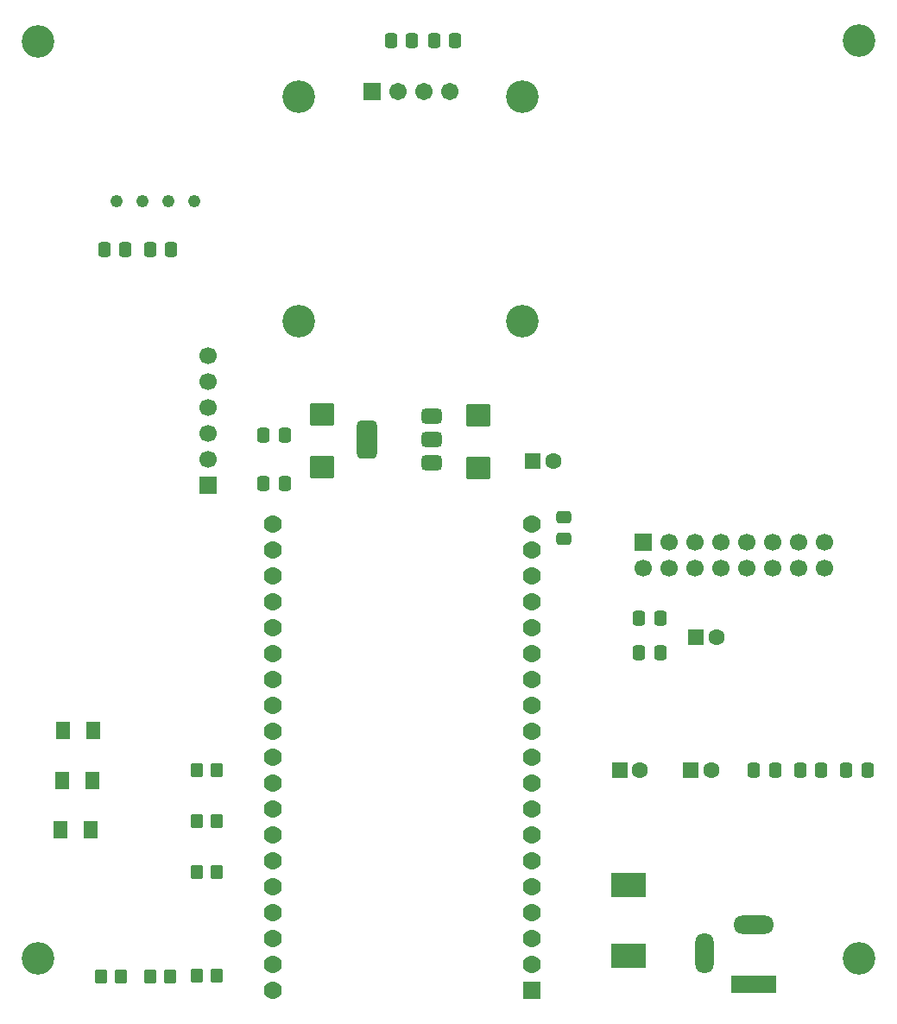
<source format=gbr>
G04 #@! TF.GenerationSoftware,KiCad,Pcbnew,9.0.3*
G04 #@! TF.CreationDate,2025-11-14T23:27:14+05:00*
G04 #@! TF.ProjectId,Weather Station,57656174-6865-4722-9053-746174696f6e,rev?*
G04 #@! TF.SameCoordinates,Original*
G04 #@! TF.FileFunction,Soldermask,Top*
G04 #@! TF.FilePolarity,Negative*
%FSLAX46Y46*%
G04 Gerber Fmt 4.6, Leading zero omitted, Abs format (unit mm)*
G04 Created by KiCad (PCBNEW 9.0.3) date 2025-11-14 23:27:14*
%MOMM*%
%LPD*%
G01*
G04 APERTURE LIST*
G04 Aperture macros list*
%AMRoundRect*
0 Rectangle with rounded corners*
0 $1 Rounding radius*
0 $2 $3 $4 $5 $6 $7 $8 $9 X,Y pos of 4 corners*
0 Add a 4 corners polygon primitive as box body*
4,1,4,$2,$3,$4,$5,$6,$7,$8,$9,$2,$3,0*
0 Add four circle primitives for the rounded corners*
1,1,$1+$1,$2,$3*
1,1,$1+$1,$4,$5*
1,1,$1+$1,$6,$7*
1,1,$1+$1,$8,$9*
0 Add four rect primitives between the rounded corners*
20,1,$1+$1,$2,$3,$4,$5,0*
20,1,$1+$1,$4,$5,$6,$7,0*
20,1,$1+$1,$6,$7,$8,$9,0*
20,1,$1+$1,$8,$9,$2,$3,0*%
G04 Aperture macros list end*
%ADD10RoundRect,0.250001X-0.462499X-0.624999X0.462499X-0.624999X0.462499X0.624999X-0.462499X0.624999X0*%
%ADD11RoundRect,0.250000X0.350000X0.450000X-0.350000X0.450000X-0.350000X-0.450000X0.350000X-0.450000X0*%
%ADD12R,1.700000X1.700000*%
%ADD13C,1.700000*%
%ADD14RoundRect,0.102000X-0.754000X-0.754000X0.754000X-0.754000X0.754000X0.754000X-0.754000X0.754000X0*%
%ADD15C,1.712000*%
%ADD16C,3.204000*%
%ADD17C,1.220000*%
%ADD18C,1.764000*%
%ADD19RoundRect,0.102000X0.780000X0.780000X-0.780000X0.780000X-0.780000X-0.780000X0.780000X-0.780000X0*%
%ADD20C,1.600000*%
%ADD21RoundRect,0.250000X-0.550000X-0.550000X0.550000X-0.550000X0.550000X0.550000X-0.550000X0.550000X0*%
%ADD22RoundRect,0.250000X-0.337500X-0.475000X0.337500X-0.475000X0.337500X0.475000X-0.337500X0.475000X0*%
%ADD23C,3.200000*%
%ADD24RoundRect,0.250000X0.337500X0.475000X-0.337500X0.475000X-0.337500X-0.475000X0.337500X-0.475000X0*%
%ADD25RoundRect,0.250000X0.475000X-0.337500X0.475000X0.337500X-0.475000X0.337500X-0.475000X-0.337500X0*%
%ADD26RoundRect,0.102000X1.590000X-1.125000X1.590000X1.125000X-1.590000X1.125000X-1.590000X-1.125000X0*%
%ADD27RoundRect,0.250000X-0.350000X-0.450000X0.350000X-0.450000X0.350000X0.450000X-0.350000X0.450000X0*%
%ADD28RoundRect,0.250001X-0.944999X0.872499X-0.944999X-0.872499X0.944999X-0.872499X0.944999X0.872499X0*%
%ADD29R,4.400000X1.800000*%
%ADD30O,4.000000X1.800000*%
%ADD31O,1.800000X4.000000*%
%ADD32RoundRect,0.375000X0.625000X0.375000X-0.625000X0.375000X-0.625000X-0.375000X0.625000X-0.375000X0*%
%ADD33RoundRect,0.500000X0.500000X1.400000X-0.500000X1.400000X-0.500000X-1.400000X0.500000X-1.400000X0*%
G04 APERTURE END LIST*
D10*
X66187500Y-112350000D03*
X69162500Y-112350000D03*
X66325000Y-107585000D03*
X69300000Y-107585000D03*
X66387500Y-102650000D03*
X69362500Y-102650000D03*
D11*
X72125000Y-126800000D03*
X70125000Y-126800000D03*
X76925000Y-126800000D03*
X74925000Y-126800000D03*
X81500000Y-126725000D03*
X79500000Y-126725000D03*
D12*
X123270000Y-84200000D03*
D13*
X123270000Y-86740000D03*
X125810000Y-84200000D03*
X125810000Y-86740000D03*
X128350000Y-84200000D03*
X128350000Y-86740000D03*
X130890000Y-84200000D03*
X130890000Y-86740000D03*
X133430000Y-84200000D03*
X133430000Y-86740000D03*
X135970000Y-84200000D03*
X135970000Y-86740000D03*
X138510000Y-84200000D03*
X138510000Y-86740000D03*
X141050000Y-84200000D03*
X141050000Y-86740000D03*
D14*
X96690000Y-40000000D03*
D15*
X99230000Y-40000000D03*
X101770000Y-40000000D03*
X104310000Y-40000000D03*
D16*
X89500000Y-40500000D03*
X111500000Y-40500000D03*
X111500000Y-62500000D03*
X89500000Y-62500000D03*
D17*
X71654550Y-50710000D03*
X74194550Y-50710000D03*
X76734550Y-50710000D03*
X79274550Y-50710000D03*
D12*
X80680000Y-78570000D03*
D13*
X80680000Y-76030000D03*
X80680000Y-73490000D03*
X80680000Y-70950000D03*
X80680000Y-68410000D03*
X80680000Y-65870000D03*
D18*
X87000000Y-82440000D03*
X87000000Y-84980000D03*
X87000000Y-87520000D03*
X87000000Y-90060000D03*
X87000000Y-92600000D03*
X87000000Y-95140000D03*
X87000000Y-97680000D03*
X87000000Y-100220000D03*
X87000000Y-102760000D03*
X87000000Y-105300000D03*
X87000000Y-107840000D03*
X87000000Y-110380000D03*
X87000000Y-112920000D03*
X87000000Y-115460000D03*
X87000000Y-118000000D03*
X87000000Y-120540000D03*
X87000000Y-123080000D03*
X87000000Y-125620000D03*
X87000000Y-128160000D03*
X112400000Y-82440000D03*
X112400000Y-84980000D03*
X112400000Y-87520000D03*
X112400000Y-90060000D03*
X112400000Y-92600000D03*
X112400000Y-95140000D03*
X112400000Y-97680000D03*
X112400000Y-100220000D03*
X112400000Y-102760000D03*
X112400000Y-105300000D03*
X112400000Y-107840000D03*
X112400000Y-110380000D03*
X112400000Y-112920000D03*
X112400000Y-115460000D03*
X112400000Y-118000000D03*
X112400000Y-120540000D03*
X112400000Y-123080000D03*
X112400000Y-125620000D03*
D19*
X112400000Y-128160000D03*
D20*
X114500000Y-76200000D03*
D21*
X112500000Y-76200000D03*
D22*
X70462500Y-55500000D03*
X72537500Y-55500000D03*
D23*
X144500000Y-125000000D03*
D22*
X98562500Y-35000000D03*
X100637500Y-35000000D03*
D24*
X77037500Y-55500000D03*
X74962500Y-55500000D03*
D23*
X144500000Y-35000000D03*
D25*
X115500000Y-83837500D03*
X115500000Y-81762500D03*
D22*
X138712500Y-106500000D03*
X140787500Y-106500000D03*
D26*
X121900000Y-117797500D03*
X121900000Y-124707500D03*
D27*
X79500000Y-106500000D03*
X81500000Y-106500000D03*
D22*
X134175000Y-106500000D03*
X136250000Y-106500000D03*
D23*
X63930000Y-125000000D03*
D22*
X122925000Y-95000000D03*
X125000000Y-95000000D03*
D21*
X121000000Y-106500000D03*
D20*
X123000000Y-106500000D03*
D27*
X79500000Y-116500000D03*
X81500000Y-116500000D03*
X79500000Y-111500000D03*
X81500000Y-111500000D03*
D28*
X107100000Y-71785000D03*
X107100000Y-76900000D03*
D23*
X64000000Y-35050000D03*
D29*
X134125000Y-127500000D03*
D30*
X134125000Y-121700000D03*
D31*
X129325000Y-124500000D03*
D22*
X143250000Y-106500000D03*
X145325000Y-106500000D03*
X86062500Y-73700000D03*
X88137500Y-73700000D03*
D32*
X102550000Y-76400000D03*
X102550000Y-74100000D03*
D33*
X96250000Y-74100000D03*
D32*
X102550000Y-71800000D03*
D24*
X104875000Y-35000000D03*
X102800000Y-35000000D03*
D21*
X128500000Y-93500000D03*
D20*
X130500000Y-93500000D03*
D21*
X128000000Y-106500000D03*
D20*
X130000000Y-106500000D03*
D28*
X91800000Y-71685000D03*
X91800000Y-76800000D03*
D22*
X86062500Y-78400000D03*
X88137500Y-78400000D03*
X122925000Y-91600000D03*
X125000000Y-91600000D03*
M02*

</source>
